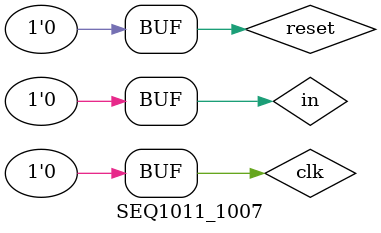
<source format=v>
`timescale 1ns / 1ps


module SEQ1011_1007;

	// Inputs
	reg in;
	reg clk;
	reg reset;

	// Outputs
	wire out;
	wire [1:0] pre_s;
	wire [1:0] next_s;

	// Instantiate the Unit Under Test (UUT)
	SEQ001_1007 uut (
		.out(out), 
		.in(in), 
		.clk(clk), 
		.reset(reset), 
		.pre_s(pre_s), 
		.next_s(next_s)
	);

	initial begin
		// Initialize Inputs
		in = 0;
		clk = 0;
		reset = 0;

		// Wait 100 ns for global reset to finish
		#100;
        
		// Add stimulus here

	end
      
endmodule


</source>
